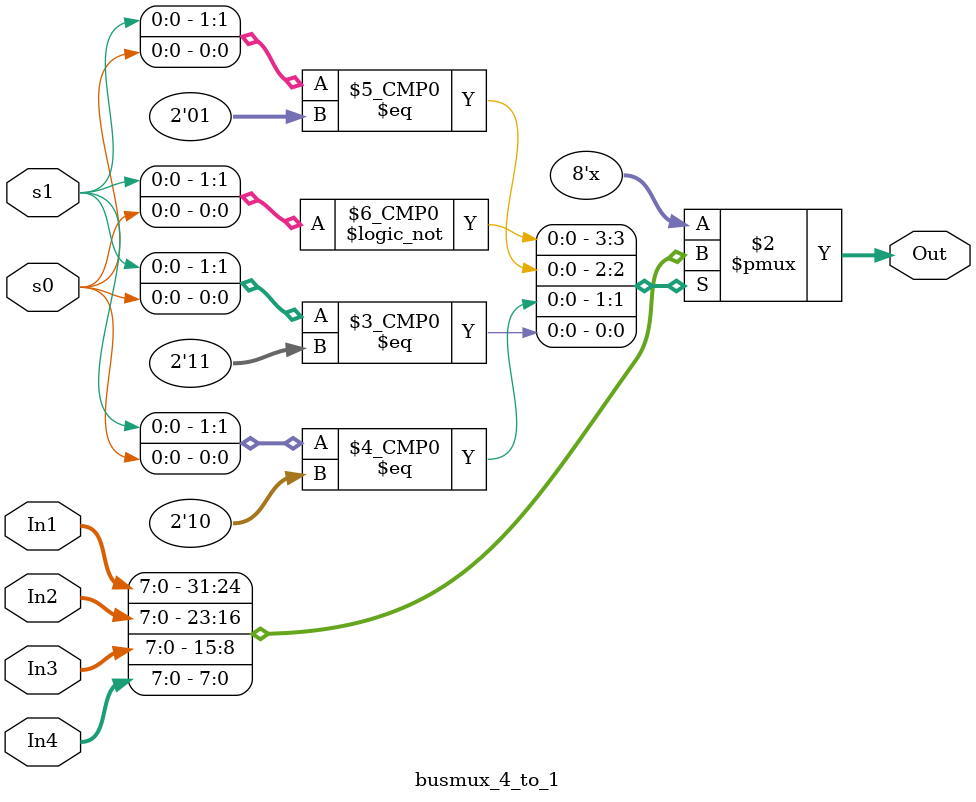
<source format=v>
module busmux_4_to_1(In1, In2, In3, In4, s1, s0, Out);
	input [7:0] In1;
	input [7:0] In2;
	input [7:0] In3;
	input [7:0] In4;
	input s1, s0;
	output reg [7:0] Out;
	
	always@*
	begin
		case({s1, s0})
			2'b00: Out=In1;
			2'b01: Out=In2;
			2'b10: Out=In3;
			2'b11: Out=In4;
		endcase
	end
	
endmodule
</source>
